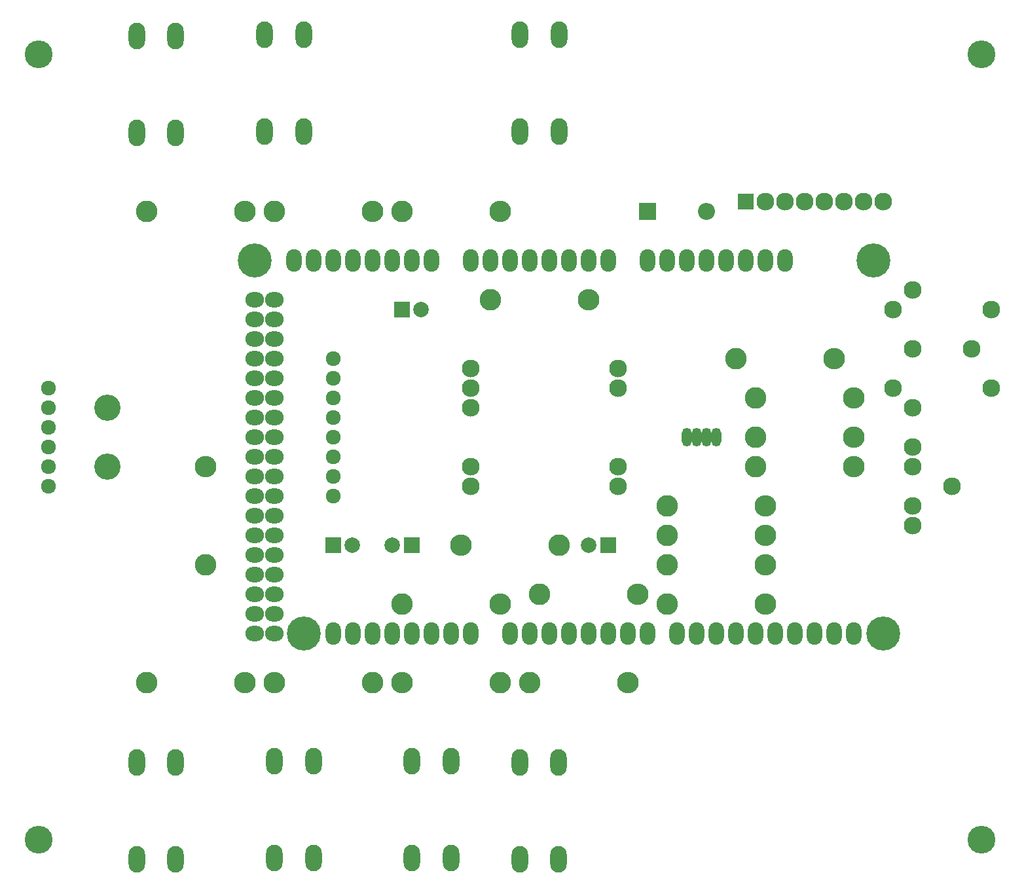
<source format=gbs>
G04 #@! TF.FileFunction,Soldermask,Bot*
%FSLAX46Y46*%
G04 Gerber Fmt 4.6, Leading zero omitted, Abs format (unit mm)*
G04 Created by KiCad (PCBNEW 4.0.7) date 08/07/18 08:57:25*
%MOMM*%
%LPD*%
G01*
G04 APERTURE LIST*
%ADD10C,0.100000*%
%ADD11O,1.300000X2.400000*%
%ADD12C,2.800000*%
%ADD13O,2.800000X2.800000*%
%ADD14R,2.000000X2.000000*%
%ADD15C,2.000000*%
%ADD16R,2.200000X2.200000*%
%ADD17O,2.200000X2.200000*%
%ADD18C,2.300000*%
%ADD19R,2.100000X2.100000*%
%ADD20O,2.127200X3.448000*%
%ADD21C,1.924000*%
%ADD22C,3.400000*%
%ADD23O,2.400000X2.000000*%
%ADD24O,2.000000X2.900000*%
%ADD25C,4.400000*%
%ADD26C,3.600000*%
G04 APERTURE END LIST*
D10*
D11*
X207010000Y-82550000D03*
X208280000Y-82550000D03*
X205740000Y-82550000D03*
X204470000Y-82550000D03*
D12*
X213360000Y-86360000D03*
D13*
X226060000Y-86360000D03*
D12*
X213360000Y-82550000D03*
D13*
X226060000Y-82550000D03*
D12*
X213360000Y-77470000D03*
D13*
X226060000Y-77470000D03*
D14*
X167640000Y-66040000D03*
D15*
X170140000Y-66040000D03*
D14*
X194310000Y-96520000D03*
D15*
X191810000Y-96520000D03*
D14*
X158750000Y-96520000D03*
D15*
X161250000Y-96520000D03*
D14*
X168910000Y-96520000D03*
D15*
X166410000Y-96520000D03*
D16*
X199390000Y-53340000D03*
D17*
X207010000Y-53340000D03*
D18*
X233680000Y-63500000D03*
X233680000Y-71120000D03*
X233680000Y-78740000D03*
X231140000Y-66040000D03*
X231140000Y-76200000D03*
X241300000Y-71120000D03*
X243840000Y-66040000D03*
X243840000Y-76200000D03*
D19*
X212090000Y-52070000D03*
D18*
X214630000Y-52070000D03*
X217170000Y-52070000D03*
X219710000Y-52070000D03*
X222250000Y-52070000D03*
X224790000Y-52070000D03*
X227330000Y-52070000D03*
X229870000Y-52070000D03*
X233680000Y-93980000D03*
X233680000Y-91440000D03*
X233680000Y-86360000D03*
X233680000Y-83820000D03*
X238760000Y-88900000D03*
D12*
X142240000Y-99060000D03*
D13*
X142240000Y-86360000D03*
D12*
X210820000Y-72390000D03*
D13*
X223520000Y-72390000D03*
D12*
X134620000Y-114300000D03*
D13*
X147320000Y-114300000D03*
D12*
X163830000Y-114300000D03*
D13*
X151130000Y-114300000D03*
D12*
X180340000Y-114300000D03*
D13*
X167640000Y-114300000D03*
D12*
X184150000Y-114300000D03*
D13*
X196850000Y-114300000D03*
D12*
X134620000Y-53340000D03*
D13*
X147320000Y-53340000D03*
D12*
X151130000Y-53340000D03*
D13*
X163830000Y-53340000D03*
D12*
X167640000Y-53340000D03*
D13*
X180340000Y-53340000D03*
D12*
X201930000Y-91440000D03*
D13*
X214630000Y-91440000D03*
D12*
X201930000Y-95250000D03*
D13*
X214630000Y-95250000D03*
D12*
X201930000Y-99060000D03*
D13*
X214630000Y-99060000D03*
D12*
X201930000Y-104140000D03*
D13*
X214630000Y-104140000D03*
D12*
X185420000Y-102870000D03*
D13*
X198120000Y-102870000D03*
D12*
X167640000Y-104140000D03*
D13*
X180340000Y-104140000D03*
D12*
X187960000Y-96520000D03*
D13*
X175260000Y-96520000D03*
D12*
X179070000Y-64770000D03*
D13*
X191770000Y-64770000D03*
D20*
X133350000Y-124660000D03*
X138350000Y-124660000D03*
X133350000Y-137160000D03*
X138350000Y-137160000D03*
X156210000Y-136960000D03*
X151210000Y-136960000D03*
X156210000Y-124460000D03*
X151210000Y-124460000D03*
X173990000Y-136960000D03*
X168990000Y-136960000D03*
X173990000Y-124460000D03*
X168990000Y-124460000D03*
X182880000Y-124660000D03*
X187880000Y-124660000D03*
X182880000Y-137160000D03*
X187880000Y-137160000D03*
X133350000Y-30680000D03*
X138350000Y-30680000D03*
X133350000Y-43180000D03*
X138350000Y-43180000D03*
X154940000Y-42980000D03*
X149940000Y-42980000D03*
X154940000Y-30480000D03*
X149940000Y-30480000D03*
X187960000Y-42980000D03*
X182960000Y-42980000D03*
X187960000Y-30480000D03*
X182960000Y-30480000D03*
D21*
X158750000Y-80010000D03*
X158750000Y-74930000D03*
X158750000Y-77470000D03*
X158750000Y-82550000D03*
X158750000Y-85090000D03*
X158750000Y-87630000D03*
X158750000Y-90170000D03*
X158750000Y-72390000D03*
X121920000Y-76200000D03*
X121920000Y-78740000D03*
X121920000Y-81280000D03*
X121920000Y-83820000D03*
X121920000Y-86360000D03*
X121920000Y-88900000D03*
D22*
X129540000Y-86360000D03*
X129540000Y-78740000D03*
D18*
X176530000Y-73660000D03*
X176530000Y-76200000D03*
X176530000Y-78740000D03*
X176530000Y-86360000D03*
X176530000Y-88900000D03*
X195580000Y-88900000D03*
X195580000Y-86360000D03*
X195580000Y-76200000D03*
X195580000Y-73660000D03*
D23*
X148590000Y-82550000D03*
X148590000Y-85090000D03*
X148590000Y-87630000D03*
X148590000Y-90170000D03*
X148590000Y-92710000D03*
X148590000Y-95250000D03*
X148590000Y-97790000D03*
X148590000Y-100330000D03*
X148590000Y-107950000D03*
X148590000Y-80010000D03*
X148590000Y-77470000D03*
X148590000Y-74930000D03*
X148590000Y-72390000D03*
X148590000Y-69850000D03*
X148590000Y-67310000D03*
X151130000Y-107950000D03*
X151130000Y-100330000D03*
X151130000Y-97790000D03*
X151130000Y-95250000D03*
X151130000Y-92710000D03*
X151130000Y-90170000D03*
X151130000Y-87630000D03*
X151130000Y-85090000D03*
X151130000Y-82550000D03*
X151130000Y-80010000D03*
X151130000Y-77470000D03*
X151130000Y-74930000D03*
X151130000Y-72390000D03*
X151130000Y-69850000D03*
X151130000Y-67310000D03*
D24*
X158750000Y-107950000D03*
X161290000Y-107950000D03*
X163830000Y-107950000D03*
X166370000Y-107950000D03*
X168910000Y-107950000D03*
X171450000Y-107950000D03*
X173990000Y-107950000D03*
X176530000Y-107950000D03*
X181610000Y-107950000D03*
X184150000Y-107950000D03*
X186690000Y-107950000D03*
X189230000Y-107950000D03*
X191770000Y-107950000D03*
X194310000Y-107950000D03*
X196850000Y-107950000D03*
X199390000Y-107950000D03*
X203200000Y-107950000D03*
X205740000Y-107950000D03*
X208280000Y-107950000D03*
X210820000Y-107950000D03*
X213360000Y-107950000D03*
X215900000Y-107950000D03*
X218440000Y-107950000D03*
X220980000Y-107950000D03*
X223520000Y-107950000D03*
X226060000Y-107950000D03*
D23*
X148590000Y-64770000D03*
X151130000Y-64770000D03*
D24*
X158750000Y-59690000D03*
X161290000Y-59690000D03*
X163830000Y-59690000D03*
X166370000Y-59690000D03*
X168910000Y-59690000D03*
X171450000Y-59690000D03*
X176530000Y-59690000D03*
X179070000Y-59690000D03*
X181610000Y-59690000D03*
X184150000Y-59690000D03*
X186690000Y-59690000D03*
X189230000Y-59690000D03*
X191770000Y-59690000D03*
X194310000Y-59690000D03*
X201930000Y-59690000D03*
X199390000Y-59690000D03*
X153670000Y-59690000D03*
X156210000Y-59690000D03*
X204470000Y-59690000D03*
X207010000Y-59690000D03*
X209550000Y-59690000D03*
X212090000Y-59690000D03*
D25*
X154940000Y-107950000D03*
X229870000Y-107950000D03*
X148590000Y-59690000D03*
D23*
X148590000Y-105410000D03*
X148590000Y-102870000D03*
X151130000Y-105410000D03*
X151130000Y-102870000D03*
D24*
X214630000Y-59690000D03*
X217170000Y-59690000D03*
D25*
X228600000Y-59690000D03*
D26*
X120650000Y-33020000D03*
X242570000Y-33020000D03*
X242570000Y-134620000D03*
X120650000Y-134620000D03*
M02*

</source>
